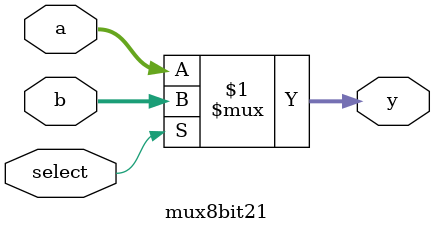
<source format=v>
module mux8bit21(a,b,select,y);
input [7:0]a;
input [7:0]b;
input select;
output [7:0]y;

assign y=select?b:a;
endmodule

</source>
